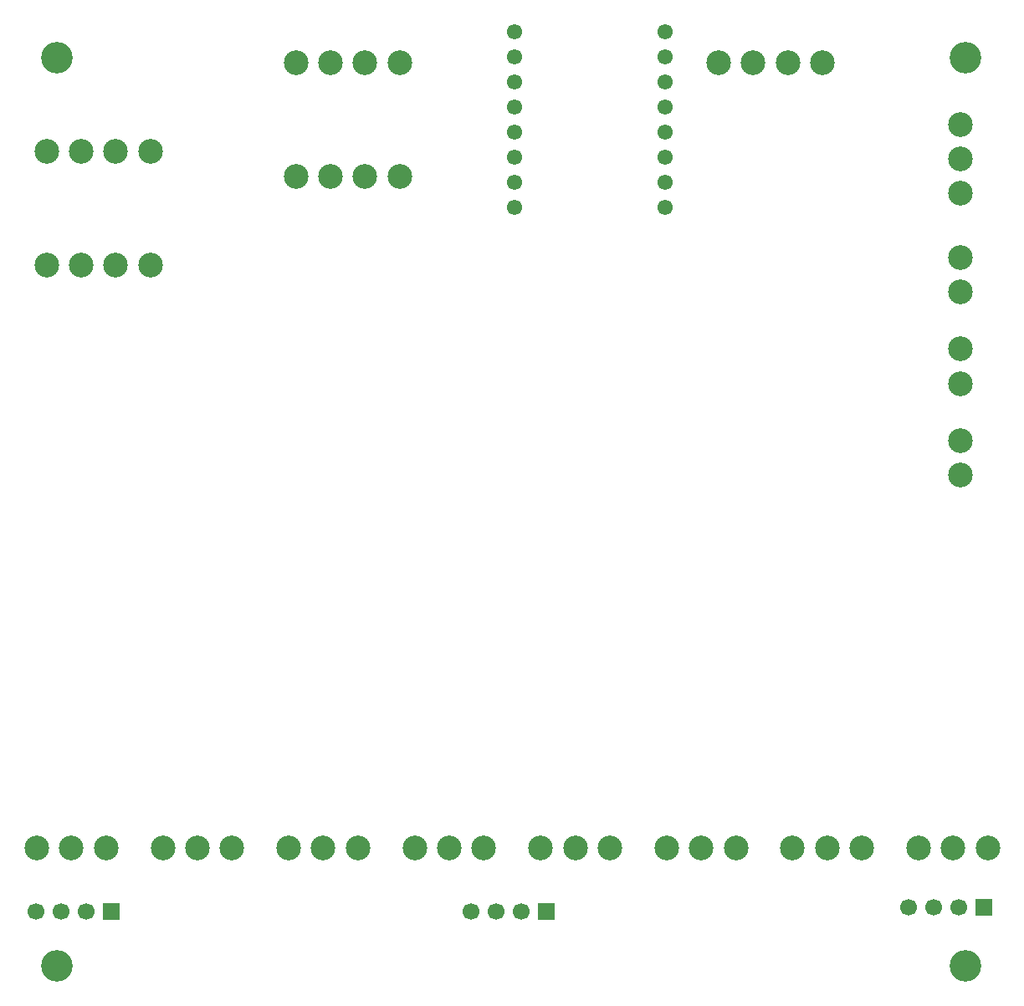
<source format=gbr>
%TF.GenerationSoftware,KiCad,Pcbnew,9.0.6*%
%TF.CreationDate,2026-01-05T12:44:01+01:00*%
%TF.ProjectId,velion_lightboard_pcb,76656c69-6f6e-45f6-9c69-676874626f61,rev?*%
%TF.SameCoordinates,Original*%
%TF.FileFunction,Soldermask,Top*%
%TF.FilePolarity,Negative*%
%FSLAX46Y46*%
G04 Gerber Fmt 4.6, Leading zero omitted, Abs format (unit mm)*
G04 Created by KiCad (PCBNEW 9.0.6) date 2026-01-05 12:44:01*
%MOMM*%
%LPD*%
G01*
G04 APERTURE LIST*
%ADD10C,2.500000*%
%ADD11R,1.700000X1.700000*%
%ADD12C,1.700000*%
%ADD13C,3.200000*%
%ADD14C,1.552000*%
G04 APERTURE END LIST*
D10*
%TO.C,J12*%
X121000000Y-54500000D03*
X124500000Y-54500000D03*
X128000000Y-54500000D03*
X131500000Y-54500000D03*
%TD*%
%TO.C,LS2*%
X145500000Y-74250000D03*
X145500000Y-77750000D03*
%TD*%
D11*
%TO.C,J17*%
X147810000Y-140000000D03*
D12*
X145270000Y-140000000D03*
X142730000Y-140000000D03*
X140190000Y-140000000D03*
%TD*%
D13*
%TO.C,TR2*%
X54000000Y-146000000D03*
%TD*%
D10*
%TO.C,J8*%
X84500000Y-134000000D03*
X81000000Y-134000000D03*
X77500000Y-134000000D03*
%TD*%
%TO.C,J7*%
X71750000Y-134000000D03*
X68250000Y-134000000D03*
X64750000Y-134000000D03*
%TD*%
%TO.C,J9*%
X110000000Y-134000000D03*
X106500000Y-134000000D03*
X103000000Y-134000000D03*
%TD*%
D11*
%TO.C,J11*%
X103540000Y-140500000D03*
D12*
X101000000Y-140500000D03*
X98460000Y-140500000D03*
X95920000Y-140500000D03*
%TD*%
D10*
%TO.C,J15*%
X145500000Y-60750000D03*
X145500000Y-64250000D03*
X145500000Y-67750000D03*
%TD*%
%TO.C,J6*%
X78237500Y-66000000D03*
X81737500Y-66000000D03*
X85237500Y-66000000D03*
X88737500Y-66000000D03*
%TD*%
D14*
%TO.C,U1*%
X115620000Y-69130000D03*
X115620000Y-66590000D03*
X115620000Y-64050000D03*
X115620000Y-61510000D03*
X115620000Y-56430000D03*
X115620000Y-58970000D03*
X100380000Y-51350000D03*
X115620000Y-51350000D03*
X100380000Y-53890000D03*
X100380000Y-56430000D03*
X100380000Y-58970000D03*
X100380000Y-61510000D03*
X100380000Y-64050000D03*
X100380000Y-66590000D03*
X100380000Y-69130000D03*
X115620000Y-53890000D03*
%TD*%
D13*
%TO.C,TR1*%
X54000000Y-54000000D03*
%TD*%
D10*
%TO.C,J14*%
X122750000Y-134000000D03*
X119250000Y-134000000D03*
X115750000Y-134000000D03*
%TD*%
%TO.C,LS1*%
X145500000Y-92750000D03*
X145500000Y-96250000D03*
%TD*%
%TO.C,LS3*%
X145500000Y-83500000D03*
X145500000Y-87000000D03*
%TD*%
%TO.C,J5*%
X78237500Y-54500000D03*
X81737500Y-54500000D03*
X85237500Y-54500000D03*
X88737500Y-54500000D03*
%TD*%
D11*
%TO.C,J4*%
X59540000Y-140500000D03*
D12*
X57000000Y-140500000D03*
X54460000Y-140500000D03*
X51920000Y-140500000D03*
%TD*%
D10*
%TO.C,J2*%
X53000000Y-75000000D03*
X56500000Y-75000000D03*
X60000000Y-75000000D03*
X63500000Y-75000000D03*
%TD*%
%TO.C,J10*%
X97250000Y-134000000D03*
X93750000Y-134000000D03*
X90250000Y-134000000D03*
%TD*%
D13*
%TO.C,TR4*%
X146000000Y-146000000D03*
%TD*%
D10*
%TO.C,J1*%
X53000000Y-63500000D03*
X56500000Y-63500000D03*
X60000000Y-63500000D03*
X63500000Y-63500000D03*
%TD*%
%TO.C,J16*%
X148250000Y-134000000D03*
X144750000Y-134000000D03*
X141250000Y-134000000D03*
%TD*%
D13*
%TO.C,TR3*%
X146000000Y-54000000D03*
%TD*%
D10*
%TO.C,J13*%
X135500000Y-134000000D03*
X132000000Y-134000000D03*
X128500000Y-134000000D03*
%TD*%
%TO.C,J3*%
X59000000Y-134000000D03*
X55500000Y-134000000D03*
X52000000Y-134000000D03*
%TD*%
M02*

</source>
